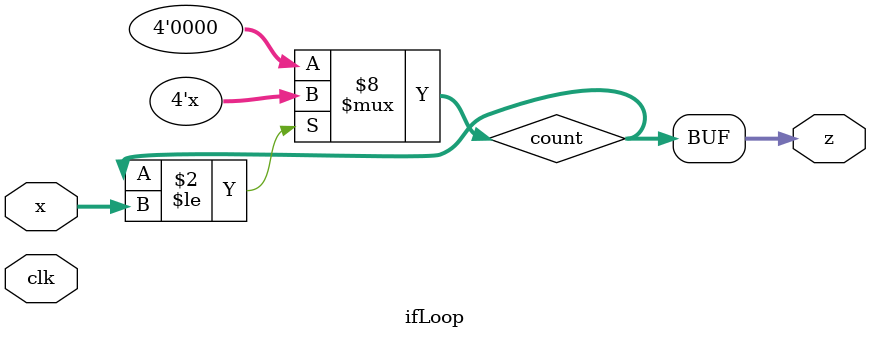
<source format=v>
module ifLoop
	#(
		parameter N = 3, 
					 M = 2 //not used
	)
	(
	input wire clk,
	input wire[N:0] x, 
	output wire[N:0] z
	);
localparam 
	continueState = 1'b0,
	stopState = 1'b1;

reg currentState;
reg [N:0] count = 0; 

always @(clk, currentState, count)
begin
	if(count<=x)
		currentState = continueState;
	else
		currentState = stopState;
end

// simulation and synthesis difference in verilog: 
// if count is added to sensitivity list i.e. always @(clk, currentState, count) 
// then always block must create an infinite loop (see exaplation)
// but this simulator will work fine for this case
// such error can not be detected in verilog.
always @(clk, currentState) 
begin
	if(currentState==continueState)
		count = count+1;
	else
		count = 0;
end

assign z = count;
endmodule
</source>
